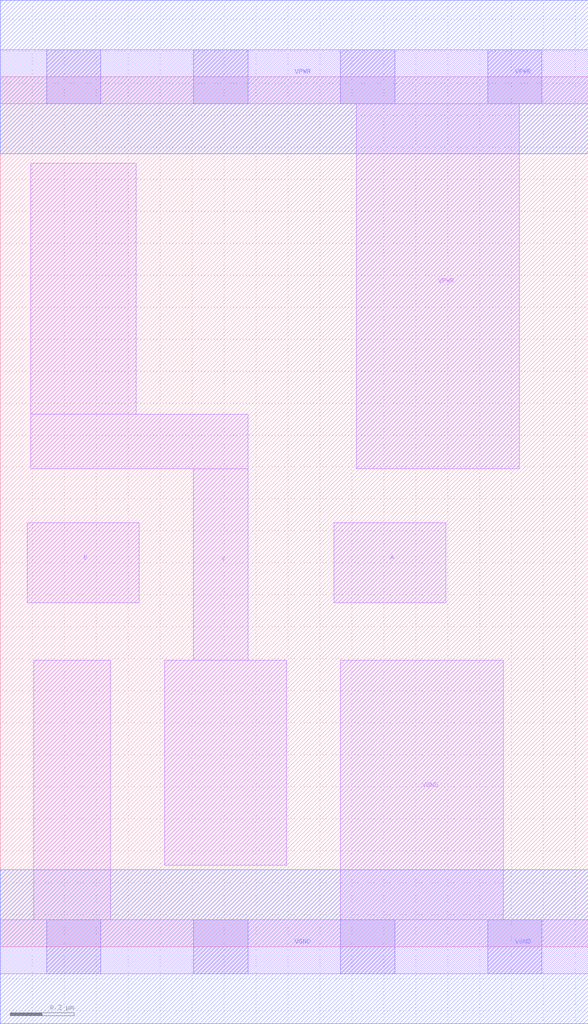
<source format=lef>
# Copyright 2020 The SkyWater PDK Authors
#
# Licensed under the Apache License, Version 2.0 (the "License");
# you may not use this file except in compliance with the License.
# You may obtain a copy of the License at
#
#     https://www.apache.org/licenses/LICENSE-2.0
#
# Unless required by applicable law or agreed to in writing, software
# distributed under the License is distributed on an "AS IS" BASIS,
# WITHOUT WARRANTIES OR CONDITIONS OF ANY KIND, either express or implied.
# See the License for the specific language governing permissions and
# limitations under the License.
#
# SPDX-License-Identifier: Apache-2.0

VERSION 5.7 ;
  NAMESCASESENSITIVE ON ;
  NOWIREEXTENSIONATPIN ON ;
  DIVIDERCHAR "/" ;
  BUSBITCHARS "[]" ;
UNITS
  DATABASE MICRONS 200 ;
END UNITS
PROPERTYDEFINITIONS
  MACRO maskLayoutSubType STRING ;
  MACRO prCellType STRING ;
  MACRO originalViewName STRING ;
END PROPERTYDEFINITIONS
MACRO sky130_fd_sc_hdll__nor2_1
  CLASS CORE ;
  FOREIGN sky130_fd_sc_hdll__nor2_1 ;
  ORIGIN  0.000000  0.000000 ;
  SIZE  1.840000 BY  2.720000 ;
  SYMMETRY X Y R90 ;
  SITE unithd ;
  PIN A
    ANTENNAGATEAREA  0.277500 ;
    DIRECTION INPUT ;
    USE SIGNAL ;
    PORT
      LAYER li1 ;
        RECT 1.045000 1.075000 1.395000 1.325000 ;
    END
  END A
  PIN B
    ANTENNAGATEAREA  0.277500 ;
    DIRECTION INPUT ;
    USE SIGNAL ;
    PORT
      LAYER li1 ;
        RECT 0.085000 1.075000 0.435000 1.325000 ;
    END
  END B
  PIN Y
    ANTENNADIFFAREA  0.445500 ;
    DIRECTION OUTPUT ;
    USE SIGNAL ;
    PORT
      LAYER li1 ;
        RECT 0.095000 1.495000 0.775000 1.665000 ;
        RECT 0.095000 1.665000 0.425000 2.450000 ;
        RECT 0.515000 0.255000 0.895000 0.895000 ;
        RECT 0.605000 0.895000 0.775000 1.495000 ;
    END
  END Y
  PIN VGND
    DIRECTION INOUT ;
    USE GROUND ;
    PORT
      LAYER li1 ;
        RECT 0.000000 -0.085000 1.840000 0.085000 ;
        RECT 0.105000  0.085000 0.345000 0.895000 ;
        RECT 1.065000  0.085000 1.575000 0.895000 ;
      LAYER mcon ;
        RECT 0.145000 -0.085000 0.315000 0.085000 ;
        RECT 0.605000 -0.085000 0.775000 0.085000 ;
        RECT 1.065000 -0.085000 1.235000 0.085000 ;
        RECT 1.525000 -0.085000 1.695000 0.085000 ;
      LAYER met1 ;
        RECT 0.000000 -0.240000 1.840000 0.240000 ;
    END
  END VGND
  PIN VPWR
    DIRECTION INOUT ;
    USE POWER ;
    PORT
      LAYER li1 ;
        RECT 0.000000 2.635000 1.840000 2.805000 ;
        RECT 1.115000 1.495000 1.625000 2.635000 ;
      LAYER mcon ;
        RECT 0.145000 2.635000 0.315000 2.805000 ;
        RECT 0.605000 2.635000 0.775000 2.805000 ;
        RECT 1.065000 2.635000 1.235000 2.805000 ;
        RECT 1.525000 2.635000 1.695000 2.805000 ;
      LAYER met1 ;
        RECT 0.000000 2.480000 1.840000 2.960000 ;
    END
  END VPWR
  PROPERTY maskLayoutSubType "abstract" ;
  PROPERTY prCellType "standard" ;
  PROPERTY originalViewName "layout" ;
END sky130_fd_sc_hdll__nor2_1

</source>
